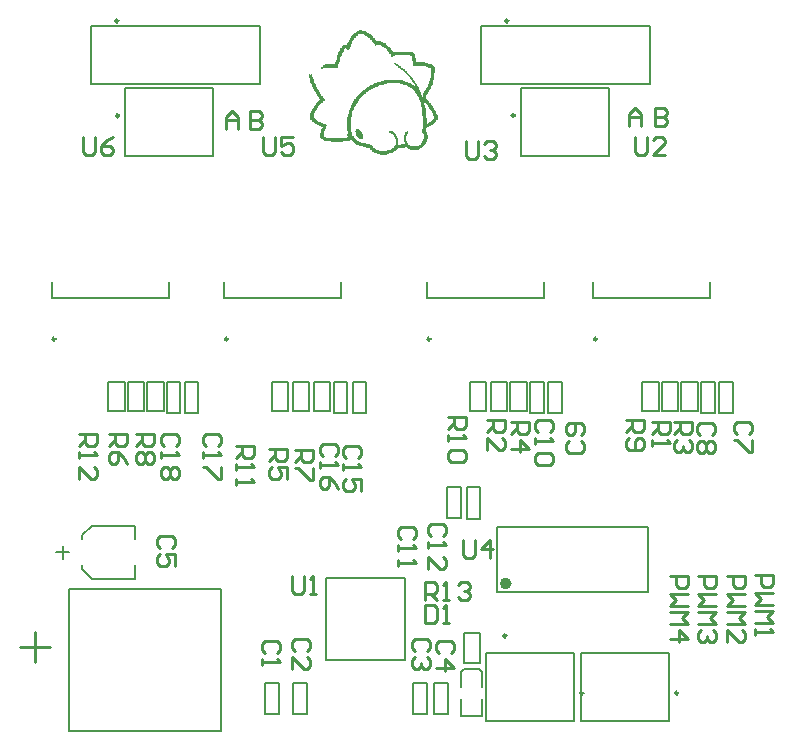
<source format=gto>
G04*
G04 #@! TF.GenerationSoftware,Altium Limited,Altium Designer,22.9.1 (49)*
G04*
G04 Layer_Color=65535*
%FSTAX24Y24*%
%MOIN*%
G70*
G04*
G04 #@! TF.SameCoordinates,2FAE9610-6970-4823-A7E0-823FAA2A8A52*
G04*
G04*
G04 #@! TF.FilePolarity,Positive*
G04*
G01*
G75*
%ADD10C,0.0098*%
%ADD11C,0.0197*%
%ADD12C,0.0050*%
%ADD13C,0.0060*%
%ADD14C,0.0079*%
%ADD15C,0.0100*%
G36*
X010721Y02246D02*
X010657D01*
Y022481D01*
X010721D01*
Y02246D01*
D02*
G37*
G36*
X012036Y023732D02*
X012099D01*
Y023711D01*
X012163D01*
Y02369D01*
X012205D01*
Y023668D01*
X012248D01*
Y023647D01*
X012269D01*
Y023626D01*
X01229D01*
Y023605D01*
X012333D01*
Y023583D01*
X012354D01*
Y023562D01*
X012375D01*
Y023541D01*
X012396D01*
Y02352D01*
X012417D01*
Y023499D01*
X012439D01*
Y023477D01*
X01246D01*
Y023435D01*
X012481D01*
Y023414D01*
X012502D01*
Y023393D01*
X012523D01*
Y023371D01*
X012672D01*
Y02335D01*
X012735D01*
Y023329D01*
X012778D01*
Y023308D01*
X01282D01*
Y023287D01*
X012842D01*
Y023265D01*
X012863D01*
Y023244D01*
X012884D01*
Y023223D01*
X012905D01*
Y023202D01*
X012948D01*
Y023181D01*
X012969D01*
Y023138D01*
X01299D01*
Y023117D01*
X013011D01*
Y023096D01*
X013032D01*
Y023053D01*
X013054D01*
Y023032D01*
X013075D01*
Y023011D01*
X01316D01*
Y023032D01*
X013605D01*
Y023011D01*
X013732D01*
Y02299D01*
X013775D01*
Y022947D01*
X013796D01*
Y022905D01*
X013817D01*
Y02282D01*
X013838D01*
Y022672D01*
X014135D01*
Y02265D01*
X014241D01*
Y022629D01*
X014305D01*
Y022608D01*
X014368D01*
Y022587D01*
X014411D01*
Y022566D01*
X014453D01*
Y022523D01*
X014474D01*
Y022311D01*
X014453D01*
Y022163D01*
X014432D01*
Y022078D01*
X014411D01*
Y021993D01*
X01439D01*
Y021929D01*
X014368D01*
Y021887D01*
X014347D01*
Y021845D01*
X014326D01*
Y021802D01*
X014305D01*
Y02176D01*
X014283D01*
Y021717D01*
X014262D01*
Y021696D01*
X014241D01*
Y021654D01*
X01422D01*
Y021633D01*
X014199D01*
Y02159D01*
X014177D01*
Y021442D01*
X014199D01*
Y021421D01*
X01422D01*
Y021399D01*
X014241D01*
Y021378D01*
X014262D01*
Y021357D01*
X014283D01*
Y021336D01*
X014305D01*
Y021315D01*
X014326D01*
Y021272D01*
X014347D01*
Y021251D01*
X014368D01*
Y02123D01*
X01439D01*
Y021187D01*
X014411D01*
Y021166D01*
X014432D01*
Y021124D01*
X014453D01*
Y021081D01*
X014474D01*
Y02106D01*
X014496D01*
Y020996D01*
X014517D01*
Y020954D01*
X014538D01*
Y020912D01*
X014559D01*
Y020848D01*
X01458D01*
Y020827D01*
X014559D01*
Y020763D01*
X014538D01*
Y020742D01*
X014517D01*
Y0207D01*
X014496D01*
Y020678D01*
X014474D01*
Y020657D01*
X014453D01*
Y020636D01*
X014432D01*
Y020615D01*
X01439D01*
Y020594D01*
X014368D01*
Y020572D01*
X014326D01*
Y020551D01*
X014283D01*
Y02053D01*
X014241D01*
Y020509D01*
X014199D01*
Y020487D01*
X014177D01*
Y020339D01*
X014199D01*
Y020254D01*
X01422D01*
Y020106D01*
X014199D01*
Y020021D01*
X014177D01*
Y019979D01*
X014156D01*
Y019957D01*
X014135D01*
Y019915D01*
X014114D01*
Y019894D01*
X014093D01*
Y019873D01*
X014071D01*
Y019851D01*
X01405D01*
Y01983D01*
X014008D01*
Y019809D01*
X013965D01*
Y019788D01*
X013923D01*
Y019767D01*
X013838D01*
Y019745D01*
X013753D01*
Y019767D01*
X013647D01*
Y019788D01*
X013584D01*
Y019809D01*
X013563D01*
Y01983D01*
X01352D01*
Y019851D01*
X013456D01*
Y01983D01*
X013244D01*
Y019809D01*
X013223D01*
Y019788D01*
X013202D01*
Y019767D01*
X013181D01*
Y019745D01*
X01316D01*
Y019724D01*
X013117D01*
Y019703D01*
X013096D01*
Y019682D01*
X013054D01*
Y01966D01*
X013011D01*
Y019639D01*
X012948D01*
Y019618D01*
X012863D01*
Y019597D01*
X012651D01*
Y019618D01*
X012545D01*
Y019639D01*
X012481D01*
Y01966D01*
X012439D01*
Y019682D01*
X012396D01*
Y019703D01*
X012375D01*
Y019724D01*
X012354D01*
Y019745D01*
X012333D01*
Y019767D01*
X01229D01*
Y019809D01*
X012269D01*
Y01983D01*
X012184D01*
Y019851D01*
X012078D01*
Y019873D01*
X011993D01*
Y019894D01*
X01193D01*
Y019915D01*
X011887D01*
Y019936D01*
X011845D01*
Y019957D01*
X011802D01*
Y019979D01*
X011781D01*
Y02D01*
X01176D01*
Y020021D01*
X011739D01*
Y020042D01*
X011718D01*
Y020063D01*
X011696D01*
Y020085D01*
X011633D01*
Y020063D01*
X011548D01*
Y020042D01*
X0114D01*
Y020021D01*
X011018D01*
Y020042D01*
X010869D01*
Y020063D01*
X010785D01*
Y020085D01*
X010721D01*
Y020106D01*
X010679D01*
Y020127D01*
X010657D01*
Y020148D01*
X010636D01*
Y020318D01*
X010657D01*
Y020381D01*
X010679D01*
Y020445D01*
X0107D01*
Y020487D01*
X010721D01*
Y020509D01*
X0107D01*
Y02053D01*
X010657D01*
Y020551D01*
X010615D01*
Y020572D01*
X010573D01*
Y020594D01*
X01053D01*
Y020615D01*
X010488D01*
Y020636D01*
X010467D01*
Y020657D01*
X010424D01*
Y020678D01*
X010403D01*
Y0207D01*
X010382D01*
Y020721D01*
X01036D01*
Y020742D01*
X010339D01*
Y020763D01*
X010318D01*
Y020784D01*
X010297D01*
Y020933D01*
X010318D01*
Y020996D01*
X010339D01*
Y021039D01*
X01036D01*
Y021081D01*
X010382D01*
Y021124D01*
X010403D01*
Y021166D01*
X010424D01*
Y021208D01*
X010445D01*
Y02123D01*
X010467D01*
Y021251D01*
X010488D01*
Y021293D01*
X010509D01*
Y021315D01*
X01053D01*
Y021336D01*
X010551D01*
Y021357D01*
X010573D01*
Y021378D01*
X010594D01*
Y021399D01*
X010615D01*
Y021421D01*
X010636D01*
Y021463D01*
X010615D01*
Y021484D01*
X010594D01*
Y021527D01*
X010573D01*
Y021548D01*
X010551D01*
Y02159D01*
X01053D01*
Y021611D01*
X010509D01*
Y021654D01*
X010488D01*
Y021696D01*
X010467D01*
Y021717D01*
X010445D01*
Y02176D01*
X010424D01*
Y021802D01*
X010403D01*
Y021845D01*
X010382D01*
Y021887D01*
X01036D01*
Y021951D01*
X010339D01*
Y021993D01*
X010318D01*
Y022057D01*
X010297D01*
Y022142D01*
X010276D01*
Y02229D01*
X010297D01*
Y022248D01*
X010318D01*
Y022269D01*
X010339D01*
Y02229D01*
X01036D01*
Y022269D01*
X010382D01*
Y022184D01*
X010403D01*
Y02212D01*
X010424D01*
Y022057D01*
X010445D01*
Y021993D01*
X010467D01*
Y021951D01*
X010488D01*
Y021908D01*
X010509D01*
Y021866D01*
X01053D01*
Y021823D01*
X010551D01*
Y021781D01*
X010573D01*
Y021739D01*
X010594D01*
Y021717D01*
X010615D01*
Y021675D01*
X010636D01*
Y021633D01*
X010657D01*
Y021611D01*
X010679D01*
Y021569D01*
X0107D01*
Y021548D01*
X010721D01*
Y021527D01*
X010742D01*
Y021484D01*
X010763D01*
Y021463D01*
X010785D01*
Y021442D01*
X010806D01*
Y021399D01*
X010785D01*
Y021378D01*
X010742D01*
Y021357D01*
X010721D01*
Y021336D01*
X0107D01*
Y021315D01*
X010679D01*
Y021293D01*
X010657D01*
Y021272D01*
X010636D01*
Y021251D01*
X010615D01*
Y02123D01*
X010594D01*
Y021208D01*
X010573D01*
Y021166D01*
X010551D01*
Y021145D01*
X01053D01*
Y021102D01*
X010509D01*
Y021081D01*
X010488D01*
Y021039D01*
X010467D01*
Y020996D01*
X010445D01*
Y020933D01*
X010424D01*
Y020827D01*
X010445D01*
Y020806D01*
X010467D01*
Y020784D01*
X010488D01*
Y020763D01*
X010509D01*
Y020742D01*
X010551D01*
Y020721D01*
X010573D01*
Y0207D01*
X010615D01*
Y020678D01*
X010679D01*
Y020657D01*
X010721D01*
Y020636D01*
X010763D01*
Y020615D01*
X010827D01*
Y020594D01*
X010869D01*
Y020551D01*
X010848D01*
Y020487D01*
X010827D01*
Y020445D01*
X010806D01*
Y020381D01*
X010785D01*
Y020318D01*
X010763D01*
Y020233D01*
X010742D01*
Y020212D01*
X010785D01*
Y020191D01*
X010848D01*
Y020169D01*
X010954D01*
Y020148D01*
X011463D01*
Y020169D01*
X011548D01*
Y020191D01*
X011569D01*
Y020212D01*
X011548D01*
Y020297D01*
X011569D01*
Y020381D01*
X011548D01*
Y020869D01*
X011569D01*
Y020954D01*
X01159D01*
Y021039D01*
X011612D01*
Y021102D01*
X011633D01*
Y021166D01*
X011654D01*
Y021208D01*
X011675D01*
Y021251D01*
X011696D01*
Y021293D01*
X011718D01*
Y021336D01*
X011739D01*
Y021378D01*
X01176D01*
Y021399D01*
X011781D01*
Y021442D01*
X011802D01*
Y021463D01*
X011824D01*
Y021484D01*
X011845D01*
Y021527D01*
X011866D01*
Y021548D01*
X011887D01*
Y021569D01*
X011908D01*
Y02159D01*
X01193D01*
Y021611D01*
X011951D01*
Y021633D01*
X011972D01*
Y021654D01*
X011993D01*
Y021675D01*
X012015D01*
Y021696D01*
X012036D01*
Y021717D01*
X012057D01*
Y021739D01*
X012078D01*
Y02176D01*
X012121D01*
Y021781D01*
X012142D01*
Y021802D01*
X012163D01*
Y021823D01*
X012205D01*
Y021845D01*
X012227D01*
Y021866D01*
X012269D01*
Y021887D01*
X012311D01*
Y021908D01*
X012354D01*
Y021929D01*
X012396D01*
Y021951D01*
X012439D01*
Y021972D01*
X012481D01*
Y021993D01*
X012545D01*
Y022014D01*
X012608D01*
Y022035D01*
X012672D01*
Y022057D01*
X012778D01*
Y022078D01*
X012905D01*
Y022099D01*
X013266D01*
Y022078D01*
X013393D01*
Y022057D01*
X013478D01*
Y022035D01*
X013541D01*
Y022014D01*
X013584D01*
Y021993D01*
X013647D01*
Y021972D01*
X013669D01*
Y021951D01*
X013711D01*
Y021929D01*
X013732D01*
Y021908D01*
X013775D01*
Y021887D01*
X013796D01*
Y021866D01*
X013817D01*
Y021845D01*
X013838D01*
Y021866D01*
X013817D01*
Y021908D01*
X013796D01*
Y021951D01*
X013775D01*
Y021972D01*
X013753D01*
Y022014D01*
X013732D01*
Y022035D01*
X013711D01*
Y022078D01*
X01369D01*
Y022099D01*
X013669D01*
Y02212D01*
X013647D01*
Y022142D01*
X013626D01*
Y022184D01*
X013605D01*
Y022205D01*
X013584D01*
Y022226D01*
X013563D01*
Y022248D01*
X013541D01*
Y022269D01*
X01352D01*
Y02229D01*
X013499D01*
Y022311D01*
X013478D01*
Y022332D01*
X013456D01*
Y022354D01*
X013435D01*
Y022375D01*
X013414D01*
Y022396D01*
X013393D01*
Y022417D01*
X01335D01*
Y022438D01*
X013329D01*
Y02246D01*
X013308D01*
Y022481D01*
X013266D01*
Y022502D01*
X013244D01*
Y022523D01*
X013223D01*
Y022544D01*
X013181D01*
Y022566D01*
X01316D01*
Y022587D01*
X013138D01*
Y022629D01*
X013117D01*
Y02265D01*
X01316D01*
Y022629D01*
X013202D01*
Y022608D01*
X013223D01*
Y022587D01*
X013266D01*
Y022566D01*
X013287D01*
Y022544D01*
X013329D01*
Y022523D01*
X01335D01*
Y022502D01*
X013372D01*
Y022481D01*
X013393D01*
Y02246D01*
X013435D01*
Y022438D01*
X013456D01*
Y022417D01*
X013478D01*
Y022396D01*
X013499D01*
Y022375D01*
X01352D01*
Y022354D01*
X013541D01*
Y022332D01*
X013563D01*
Y022311D01*
X013584D01*
Y02229D01*
X013605D01*
Y022269D01*
X013626D01*
Y022248D01*
X013647D01*
Y022226D01*
X013669D01*
Y022184D01*
X01369D01*
Y022163D01*
X013711D01*
Y022142D01*
X013732D01*
Y02212D01*
X013753D01*
Y022078D01*
X013775D01*
Y022057D01*
X013796D01*
Y022014D01*
X013817D01*
Y021993D01*
X013838D01*
Y021951D01*
X013859D01*
Y021908D01*
X013881D01*
Y021887D01*
X013902D01*
Y021845D01*
X013923D01*
Y021802D01*
X013944D01*
Y021739D01*
X013965D01*
Y021696D01*
X013987D01*
Y021633D01*
X014008D01*
Y02159D01*
X014029D01*
Y021527D01*
X01405D01*
Y021505D01*
X014071D01*
Y021654D01*
X014093D01*
Y021696D01*
X014114D01*
Y021717D01*
X014135D01*
Y021739D01*
X014156D01*
Y021781D01*
X014177D01*
Y021823D01*
X014199D01*
Y021845D01*
X01422D01*
Y021908D01*
X014241D01*
Y021951D01*
X014262D01*
Y021993D01*
X014283D01*
Y022057D01*
X014305D01*
Y022142D01*
X014326D01*
Y022248D01*
X014347D01*
Y022481D01*
X014305D01*
Y022502D01*
X014241D01*
Y022523D01*
X014177D01*
Y022544D01*
X013753D01*
Y022523D01*
X013732D01*
Y022735D01*
X013711D01*
Y022841D01*
X01369D01*
Y022884D01*
X013647D01*
Y022905D01*
X013478D01*
Y022926D01*
X013223D01*
Y022905D01*
X013138D01*
Y022884D01*
X013075D01*
Y022863D01*
X013011D01*
Y022905D01*
X01299D01*
Y022947D01*
X012969D01*
Y022969D01*
X012948D01*
Y023011D01*
X012926D01*
Y023032D01*
X012905D01*
Y023053D01*
X012884D01*
Y023096D01*
X012863D01*
Y023117D01*
X012842D01*
Y023138D01*
X012799D01*
Y023159D01*
X012778D01*
Y023181D01*
X012757D01*
Y023202D01*
X012714D01*
Y023223D01*
X012672D01*
Y023244D01*
X012502D01*
Y023223D01*
X012481D01*
Y023244D01*
X01246D01*
Y023287D01*
X012439D01*
Y023308D01*
X012417D01*
Y023329D01*
X012396D01*
Y02335D01*
X012375D01*
Y023393D01*
X012354D01*
Y023414D01*
X012333D01*
Y023435D01*
X012311D01*
Y023456D01*
X01229D01*
Y023477D01*
X012269D01*
Y023499D01*
X012227D01*
Y02352D01*
X012205D01*
Y023541D01*
X012184D01*
Y023562D01*
X012142D01*
Y023583D01*
X012099D01*
Y023605D01*
X012036D01*
Y023626D01*
X011951D01*
Y023605D01*
X011908D01*
Y023583D01*
X011887D01*
Y023562D01*
X011866D01*
Y023541D01*
X011845D01*
Y02352D01*
X011824D01*
Y023499D01*
X011802D01*
Y023477D01*
X011781D01*
Y023435D01*
X01176D01*
Y023414D01*
X011739D01*
Y023371D01*
X011718D01*
Y023329D01*
X011696D01*
Y023287D01*
X011675D01*
Y023244D01*
X011654D01*
Y023181D01*
X011633D01*
Y023117D01*
X011612D01*
Y023096D01*
X011548D01*
Y023117D01*
X011506D01*
Y023138D01*
X011463D01*
Y023117D01*
X011442D01*
Y023075D01*
X011421D01*
Y023032D01*
X0114D01*
Y02299D01*
X011378D01*
Y022947D01*
X011357D01*
Y022884D01*
X011336D01*
Y022841D01*
X011315D01*
Y022756D01*
X011294D01*
Y022693D01*
X011272D01*
Y022608D01*
X011251D01*
Y022523D01*
X01123D01*
Y022502D01*
X010891D01*
Y022481D01*
X010721D01*
Y022502D01*
X010679D01*
Y022523D01*
X010721D01*
Y022544D01*
X010679D01*
Y022566D01*
X010721D01*
Y022587D01*
X010806D01*
Y022608D01*
X010975D01*
Y022629D01*
X011145D01*
Y02265D01*
Y022672D01*
X011166D01*
Y022756D01*
X011187D01*
Y022841D01*
X011209D01*
Y022905D01*
X01123D01*
Y022947D01*
X011251D01*
Y023011D01*
X011272D01*
Y023053D01*
X011294D01*
Y023096D01*
X011315D01*
Y023138D01*
X011336D01*
Y023159D01*
X011357D01*
Y023202D01*
X011378D01*
Y023223D01*
X0114D01*
Y023244D01*
X011442D01*
Y023265D01*
X011506D01*
Y023244D01*
X011548D01*
Y023308D01*
X011569D01*
Y02335D01*
X01159D01*
Y023393D01*
X011612D01*
Y023435D01*
X011633D01*
Y023477D01*
X011654D01*
Y023499D01*
X011675D01*
Y023541D01*
X011696D01*
Y023562D01*
X011718D01*
Y023583D01*
X011739D01*
Y023605D01*
X01176D01*
Y023626D01*
X011781D01*
Y023647D01*
X011802D01*
Y023668D01*
X011824D01*
Y02369D01*
X011866D01*
Y023711D01*
X011887D01*
Y023732D01*
X011951D01*
Y023753D01*
X012036D01*
Y023732D01*
D02*
G37*
%LPC*%
G36*
X014135Y021336D02*
X014114D01*
Y021251D01*
X014135D01*
Y021166D01*
X014156D01*
Y021081D01*
Y02106D01*
Y021039D01*
X014177D01*
Y020827D01*
X014199D01*
Y020636D01*
X014241D01*
Y020657D01*
X014283D01*
Y020678D01*
X014305D01*
Y0207D01*
X014347D01*
Y020721D01*
X014368D01*
Y020742D01*
X01439D01*
Y020763D01*
X014411D01*
Y020784D01*
X014432D01*
Y020827D01*
X014453D01*
Y020848D01*
X014432D01*
Y02089D01*
X014411D01*
Y020954D01*
X01439D01*
Y020996D01*
X014368D01*
Y021039D01*
X014347D01*
Y02106D01*
X014326D01*
Y021102D01*
X014305D01*
Y021124D01*
X014283D01*
Y021166D01*
X014262D01*
Y021187D01*
X014241D01*
Y021208D01*
X01422D01*
Y021251D01*
X014199D01*
Y021272D01*
X014177D01*
Y021293D01*
X014156D01*
Y021315D01*
X014135D01*
Y021336D01*
D02*
G37*
G36*
X013287Y021972D02*
X012884D01*
Y021951D01*
X012778D01*
Y021929D01*
X012693D01*
Y021908D01*
X012608D01*
Y021887D01*
X012566D01*
Y021866D01*
X012502D01*
Y021845D01*
X01246D01*
Y021823D01*
X012417D01*
Y021802D01*
X012375D01*
Y021781D01*
X012333D01*
Y02176D01*
X012311D01*
Y021739D01*
X012269D01*
Y021717D01*
X012248D01*
Y021696D01*
X012205D01*
Y021675D01*
X012184D01*
Y021654D01*
X012163D01*
Y021633D01*
X012121D01*
Y021611D01*
X012099D01*
Y02159D01*
X012078D01*
Y021569D01*
X012057D01*
Y021548D01*
X012036D01*
Y021527D01*
X012015D01*
Y021505D01*
X011993D01*
Y021484D01*
X011972D01*
Y021442D01*
X011951D01*
Y021421D01*
X01193D01*
Y021399D01*
X011908D01*
Y021357D01*
X011887D01*
Y021336D01*
X011866D01*
Y021293D01*
X011845D01*
Y021272D01*
X011824D01*
Y02123D01*
X011802D01*
Y021187D01*
X011781D01*
Y021145D01*
X01176D01*
Y021081D01*
X011739D01*
Y021039D01*
X011718D01*
Y020954D01*
X011696D01*
Y020869D01*
X011675D01*
Y020678D01*
X011654D01*
Y02053D01*
X011675D01*
Y02036D01*
X011696D01*
Y020297D01*
X011718D01*
Y020233D01*
X011739D01*
Y020212D01*
X01176D01*
Y020169D01*
X011781D01*
Y020148D01*
X011802D01*
Y020127D01*
X011824D01*
Y020106D01*
X011845D01*
Y020085D01*
X011866D01*
Y020063D01*
X011908D01*
Y020042D01*
X011951D01*
Y020021D01*
X011993D01*
Y02D01*
X012057D01*
Y019979D01*
X012163D01*
Y019957D01*
X012311D01*
Y019936D01*
X012333D01*
Y019915D01*
X012354D01*
Y019894D01*
X012375D01*
Y019873D01*
X012396D01*
Y019851D01*
X012417D01*
Y01983D01*
X012439D01*
Y019809D01*
X01246D01*
Y019788D01*
X012502D01*
Y019767D01*
X012545D01*
Y019745D01*
X012608D01*
Y019724D01*
X012884D01*
Y019745D01*
X012948D01*
Y019767D01*
X01299D01*
Y019788D01*
X013032D01*
Y019809D01*
X013075D01*
Y01983D01*
X013096D01*
Y019851D01*
X013117D01*
Y019873D01*
X013138D01*
Y019915D01*
X01316D01*
Y020127D01*
X013138D01*
Y020191D01*
X013117D01*
Y020212D01*
X013096D01*
Y020254D01*
X013075D01*
Y020275D01*
X013054D01*
Y020297D01*
X013011D01*
Y020318D01*
X012948D01*
Y020403D01*
X01299D01*
Y020381D01*
X013054D01*
Y02036D01*
X013075D01*
Y020339D01*
X013117D01*
Y020318D01*
X013138D01*
Y020275D01*
X01316D01*
Y020254D01*
X013181D01*
Y020212D01*
X013202D01*
Y020169D01*
X013223D01*
Y020063D01*
X013244D01*
Y019979D01*
X013223D01*
Y019936D01*
X01335D01*
Y019957D01*
X013478D01*
Y019979D01*
X013456D01*
Y020021D01*
X013435D01*
Y020254D01*
X013456D01*
Y020297D01*
X013478D01*
Y020339D01*
X013499D01*
Y02036D01*
X01352D01*
Y020381D01*
X013563D01*
Y02036D01*
X013584D01*
Y020318D01*
X013563D01*
Y020297D01*
X013541D01*
Y020254D01*
X01352D01*
Y020212D01*
X013499D01*
Y020063D01*
X01352D01*
Y02D01*
X013541D01*
Y019979D01*
X013563D01*
Y019957D01*
X013584D01*
Y019936D01*
X013605D01*
Y019915D01*
X013647D01*
Y019894D01*
X01369D01*
Y019873D01*
X013859D01*
Y019894D01*
X013923D01*
Y019915D01*
X013965D01*
Y019936D01*
X013987D01*
Y019957D01*
X014008D01*
Y019979D01*
X014029D01*
Y02D01*
X01405D01*
Y020042D01*
X014071D01*
Y020106D01*
X014093D01*
Y020275D01*
X014071D01*
Y020318D01*
X01405D01*
Y020445D01*
X014071D01*
Y02089D01*
X01405D01*
Y02106D01*
X014029D01*
Y021187D01*
X014008D01*
Y021272D01*
X013987D01*
Y021357D01*
X013965D01*
Y021421D01*
X013944D01*
Y021463D01*
X013923D01*
Y021527D01*
X013902D01*
Y021569D01*
X013881D01*
Y02159D01*
X013859D01*
Y021633D01*
X013838D01*
Y021654D01*
X013817D01*
Y021696D01*
X013796D01*
Y021717D01*
X013775D01*
Y021739D01*
X013753D01*
Y02176D01*
X013732D01*
Y021781D01*
X013711D01*
Y021802D01*
X01369D01*
Y021823D01*
X013647D01*
Y021845D01*
X013626D01*
Y021866D01*
X013584D01*
Y021887D01*
X013541D01*
Y021908D01*
X013478D01*
Y021929D01*
X013393D01*
Y021951D01*
X013287D01*
Y021972D01*
D02*
G37*
%LPD*%
G36*
X011908Y020445D02*
X011951D01*
Y020424D01*
X011972D01*
Y020403D01*
X011993D01*
Y020381D01*
X012015D01*
Y020339D01*
X012036D01*
Y020297D01*
X012057D01*
Y020233D01*
X012078D01*
Y020148D01*
X012057D01*
Y020106D01*
X011951D01*
Y020127D01*
X01193D01*
Y020148D01*
X011908D01*
Y020169D01*
X011887D01*
Y020191D01*
X011866D01*
Y020212D01*
X011845D01*
Y020254D01*
X011824D01*
Y020339D01*
X011802D01*
Y020403D01*
X011824D01*
Y020445D01*
X011845D01*
Y020466D01*
X011908D01*
Y020445D01*
D02*
G37*
D10*
X003912Y024056D02*
G03*
X003912Y024056I-000049J0D01*
G01*
X019414Y00165D02*
G03*
X019414Y00165I-000049J0D01*
G01*
X017127Y0209D02*
G03*
X017127Y0209I-000049J0D01*
G01*
X003935D02*
G03*
X003935Y0209I-000049J0D01*
G01*
X022572Y00165D02*
G03*
X022572Y00165I-000049J0D01*
G01*
X016912Y024056D02*
G03*
X016912Y024056I-000049J0D01*
G01*
X019865Y01345D02*
G03*
X019865Y01345I-000049J0D01*
G01*
X014315D02*
G03*
X014315Y01345I-000049J0D01*
G01*
X016849Y003561D02*
G03*
X016849Y003561I-000049J0D01*
G01*
X007565Y01345D02*
G03*
X007565Y01345I-000049J0D01*
G01*
X001815D02*
G03*
X001815Y01345I-000049J0D01*
G01*
D11*
X016924Y005304D02*
G03*
X016924Y005304I-000098J0D01*
G01*
D12*
X01535Y0009D02*
X01605D01*
X01535Y00235D02*
X01545Y00245D01*
X01595D02*
X01605Y00235D01*
X01545Y00245D02*
X01595D01*
X01535Y0009D02*
Y00145D01*
Y00185D02*
Y00235D01*
X01605Y0009D02*
Y00145D01*
Y00185D02*
Y00235D01*
D13*
X01543Y003642D02*
X015976D01*
X01543Y00266D02*
Y003642D01*
Y00266D02*
X015976D01*
Y003642D01*
X01491Y00193D02*
Y001999D01*
X01445D02*
X01491D01*
X01445Y00094D02*
Y001999D01*
Y00094D02*
X01491D01*
Y00193D01*
X01043Y012031D02*
X010976D01*
X01043Y011049D02*
Y012031D01*
Y011049D02*
X010976D01*
Y012031D01*
X01764Y010972D02*
Y011041D01*
Y010972D02*
X0181D01*
Y012031D01*
X01764D02*
X0181D01*
X01764Y011041D02*
Y012031D01*
X00926Y00193D02*
Y001999D01*
X0088D02*
X00926D01*
X0088Y00094D02*
Y001999D01*
Y00094D02*
X00926D01*
Y00193D01*
X01021D02*
Y001999D01*
X00975D02*
X01021D01*
X00975Y00094D02*
Y001999D01*
Y00094D02*
X01021D01*
Y00193D01*
X01109Y010972D02*
Y011041D01*
Y010972D02*
X01155D01*
Y012031D01*
X01109D02*
X01155D01*
X01109Y011041D02*
Y012031D01*
X00903D02*
X009576D01*
X00903Y011049D02*
Y012031D01*
Y011049D02*
X009576D01*
Y012031D01*
X00973D02*
X010276D01*
X00973Y011049D02*
Y012031D01*
Y011049D02*
X010276D01*
Y012031D01*
X01172Y010972D02*
Y011041D01*
Y010972D02*
X01218D01*
Y012031D01*
X01172D02*
X01218D01*
X01172Y011041D02*
Y012031D01*
X00612Y010972D02*
Y011041D01*
Y010972D02*
X00658D01*
Y012031D01*
X00612D02*
X00658D01*
X00612Y011041D02*
Y012031D01*
X01698D02*
X017526D01*
X01698Y011049D02*
Y012031D01*
Y011049D02*
X017526D01*
Y012031D01*
X01824Y010972D02*
Y011041D01*
Y010972D02*
X0187D01*
Y012031D01*
X01824D02*
X0187D01*
X01824Y011041D02*
Y012031D01*
X01421Y00193D02*
Y001999D01*
X01375D02*
X01421D01*
X01375Y00094D02*
Y001999D01*
Y00094D02*
X01421D01*
Y00193D01*
X02138Y012031D02*
X021926D01*
X02138Y011049D02*
Y012031D01*
Y011049D02*
X021926D01*
Y012031D01*
X01563D02*
X016176D01*
X01563Y011049D02*
Y012031D01*
Y011049D02*
X016176D01*
Y012031D01*
X02203D02*
X022576D01*
X02203Y011049D02*
Y012031D01*
Y011049D02*
X022576D01*
Y012031D01*
X01633D02*
X016876D01*
X01633Y011049D02*
Y012031D01*
Y011049D02*
X016876D01*
Y012031D01*
X02268D02*
X023226D01*
X02268Y011049D02*
Y012031D01*
Y011049D02*
X023226D01*
Y012031D01*
X02334Y010972D02*
Y011041D01*
Y010972D02*
X0238D01*
Y012031D01*
X02334D02*
X0238D01*
X02334Y011041D02*
Y012031D01*
X02394Y010972D02*
Y011041D01*
Y010972D02*
X0244D01*
Y012031D01*
X02394D02*
X0244D01*
X02394Y011041D02*
Y012031D01*
X01598Y008455D02*
Y008525D01*
X01552D02*
X01598D01*
X01552Y007465D02*
Y008525D01*
Y007465D02*
X01598D01*
Y008455D01*
X01533Y008465D02*
Y008534D01*
X01487D02*
X01533D01*
X01487Y007475D02*
Y008534D01*
Y007475D02*
X01533D01*
Y008465D01*
X00358Y012031D02*
X004126D01*
X00358Y011049D02*
Y012031D01*
Y011049D02*
X004126D01*
Y012031D01*
X00423D02*
X004776D01*
X00423Y011049D02*
Y012031D01*
Y011049D02*
X004776D01*
Y012031D01*
X00488D02*
X005426D01*
X00488Y011049D02*
Y012031D01*
Y011049D02*
X005426D01*
Y012031D01*
X00552Y010972D02*
Y011041D01*
Y010972D02*
X00598D01*
Y012031D01*
X00552D02*
X00598D01*
X00552Y011041D02*
Y012031D01*
X002056Y006136D02*
Y006547D01*
X002261Y006341D02*
X00185D01*
D14*
X01082Y00275D02*
X01348D01*
X01082D02*
Y0055D01*
X01348D01*
Y00275D02*
Y0055D01*
X003017Y023878D02*
X008646D01*
X003017Y021949D02*
Y023878D01*
Y021949D02*
X008646D01*
Y023878D01*
X019099Y000725D02*
Y002989D01*
X016185D02*
X019099D01*
X016185Y000725D02*
Y002989D01*
Y000725D02*
X019099D01*
X003029Y005464D02*
X004486D01*
X002714Y005779D02*
X003029Y005464D01*
X002714Y006921D02*
X003029Y007236D01*
X004486D01*
Y005464D02*
Y005917D01*
Y006783D02*
Y007236D01*
X002714Y005779D02*
Y005917D01*
Y006783D02*
Y006921D01*
X017343Y019561D02*
Y021825D01*
Y019561D02*
X020257D01*
Y021825D01*
X017343D02*
X020257D01*
X004151Y019561D02*
Y021825D01*
Y019561D02*
X007065D01*
Y021825D01*
X004151D02*
X007065D01*
X022257Y000725D02*
Y002989D01*
X019343D02*
X022257D01*
X019343Y000725D02*
Y002989D01*
Y000725D02*
X022257D01*
X016017Y023878D02*
X021646D01*
X016017Y021949D02*
Y023878D01*
Y021949D02*
X021646D01*
Y023878D01*
X023649Y014828D02*
Y015359D01*
X019751Y014828D02*
X023649D01*
X019751D02*
Y015359D01*
X018099Y014828D02*
Y015359D01*
X014201Y014828D02*
X018099D01*
X014201D02*
Y015359D01*
X007345Y000388D02*
Y005112D01*
X002255Y000388D02*
Y005112D01*
Y000388D02*
X007345D01*
X002255Y005112D02*
X007345D01*
X01653Y005009D02*
X02157D01*
Y007186D01*
X01653D02*
X02157D01*
X01653Y005009D02*
Y007186D01*
X011349Y014828D02*
Y015359D01*
X007451Y014828D02*
X011349D01*
X007451D02*
Y015359D01*
X005599Y014828D02*
Y015359D01*
X001701Y014828D02*
X005599D01*
X001701D02*
Y015359D01*
D15*
X02095Y02055D02*
Y02095D01*
X02115Y02115D01*
X02135Y02095D01*
Y02055D01*
Y02085D01*
X02095D01*
X0218Y02115D02*
Y02055D01*
X0221D01*
X0222Y02065D01*
Y02075D01*
X0221Y02085D01*
X0218D01*
X0221D01*
X0222Y02095D01*
Y02105D01*
X0221Y02115D01*
X0218D01*
X0083Y02105D02*
Y02045D01*
X0086D01*
X0087Y02055D01*
Y02065D01*
X0086Y02075D01*
X0083D01*
X0086D01*
X0087Y02085D01*
Y02095D01*
X0086Y02105D01*
X0083D01*
X0075Y02045D02*
Y02085D01*
X0077Y02105D01*
X0079Y02085D01*
Y02045D01*
Y02075D01*
X0075D01*
X0223Y00555D02*
X0229D01*
Y00525D01*
X0228Y00515D01*
X0226D01*
X0225Y00525D01*
Y00555D01*
X0229Y00495D02*
X0223D01*
X0225Y00475D01*
X0223Y00455D01*
X0229D01*
X0223Y00435D02*
X0229D01*
X0227Y00415D01*
X0229Y003951D01*
X0223D01*
Y003451D02*
X0229D01*
X0226Y003751D01*
Y003351D01*
X02325Y00555D02*
X02385D01*
Y00525D01*
X02375Y00515D01*
X02355D01*
X02345Y00525D01*
Y00555D01*
X02385Y00495D02*
X02325D01*
X02345Y00475D01*
X02325Y00455D01*
X02385D01*
X02325Y00435D02*
X02385D01*
X02365Y00415D01*
X02385Y003951D01*
X02325D01*
X02375Y003751D02*
X02385Y003651D01*
Y003451D01*
X02375Y003351D01*
X02365D01*
X02355Y003451D01*
Y003551D01*
Y003451D01*
X02345Y003351D01*
X02335D01*
X02325Y003451D01*
Y003651D01*
X02335Y003751D01*
X0242Y00555D02*
X0248D01*
Y00525D01*
X0247Y00515D01*
X0245D01*
X0244Y00525D01*
Y00555D01*
X0248Y00495D02*
X0242D01*
X0244Y00475D01*
X0242Y00455D01*
X0248D01*
X0242Y00435D02*
X0248D01*
X0246Y00415D01*
X0248Y003951D01*
X0242D01*
Y003351D02*
Y003751D01*
X0246Y003351D01*
X0247D01*
X0248Y003451D01*
Y003651D01*
X0247Y003751D01*
X02515Y0056D02*
X02575D01*
Y0053D01*
X02565Y0052D01*
X02545D01*
X02535Y0053D01*
Y0056D01*
X02575Y005D02*
X02515D01*
X02535Y0048D01*
X02515Y0046D01*
X02575D01*
X02515Y0044D02*
X02575D01*
X02555Y0042D01*
X02575Y004001D01*
X02515D01*
Y003801D02*
Y003601D01*
Y003701D01*
X02575D01*
X02565Y003801D01*
X00065Y0032D02*
X00165D01*
X00115Y0037D02*
Y0027D01*
X01415Y00475D02*
Y00535D01*
X01445D01*
X01455Y00525D01*
Y00505D01*
X01445Y00495D01*
X01415D01*
X01435D02*
X01455Y00475D01*
X01475D02*
X01495D01*
X01485D01*
Y00535D01*
X01475Y00525D01*
X01525D02*
X01535Y00535D01*
X01555D01*
X01565Y00525D01*
Y00515D01*
X01555Y00505D01*
X01545D01*
X01555D01*
X01565Y00495D01*
Y00485D01*
X01555Y00475D01*
X01535D01*
X01525Y00485D01*
X01415Y0046D02*
Y004D01*
X01445D01*
X01455Y0041D01*
Y0045D01*
X01445Y0046D01*
X01415D01*
X01475Y004D02*
X01495D01*
X01485D01*
Y0046D01*
X01475Y0045D01*
X00275Y0202D02*
Y0197D01*
X00285Y0196D01*
X00305D01*
X00315Y0197D01*
Y0202D01*
X00375D02*
X00355Y0201D01*
X00335Y0199D01*
Y0197D01*
X00345Y0196D01*
X00365D01*
X00375Y0197D01*
Y0198D01*
X00365Y0199D01*
X00335D01*
X00875Y0202D02*
Y0197D01*
X00885Y0196D01*
X00905D01*
X00915Y0197D01*
Y0202D01*
X00975D02*
X00935D01*
Y0199D01*
X00955Y02D01*
X00965D01*
X00975Y0199D01*
Y0197D01*
X00965Y0196D01*
X00945D01*
X00935Y0197D01*
X0154Y00675D02*
Y00625D01*
X0155Y00615D01*
X0157D01*
X0158Y00625D01*
Y00675D01*
X0163Y00615D02*
Y00675D01*
X016Y00645D01*
X0164D01*
X0155Y02005D02*
Y01955D01*
X0156Y01945D01*
X0158D01*
X0159Y01955D01*
Y02005D01*
X0161Y01995D02*
X0162Y02005D01*
X0164D01*
X0165Y01995D01*
Y01985D01*
X0164Y01975D01*
X0163D01*
X0164D01*
X0165Y01965D01*
Y01955D01*
X0164Y01945D01*
X0162D01*
X0161Y01955D01*
X02115Y0202D02*
Y0197D01*
X02125Y0196D01*
X02145D01*
X02155Y0197D01*
Y0202D01*
X02215Y0196D02*
X02175D01*
X02215Y02D01*
Y0201D01*
X02205Y0202D01*
X02185D01*
X02175Y0201D01*
X0097Y00555D02*
Y00505D01*
X0098Y00495D01*
X01D01*
X0101Y00505D01*
Y00555D01*
X0103Y00495D02*
X0105D01*
X0104D01*
Y00555D01*
X0103Y00545D01*
X0026Y0103D02*
X0032D01*
Y01D01*
X0031Y0099D01*
X0029D01*
X0028Y01D01*
Y0103D01*
Y0101D02*
X0026Y0099D01*
Y0097D02*
Y0095D01*
Y0096D01*
X0032D01*
X0031Y0097D01*
X0026Y0088D02*
Y0092D01*
X003Y0088D01*
X0031D01*
X0032Y0089D01*
Y0091D01*
X0031Y0092D01*
X00785Y0099D02*
X00845D01*
Y0096D01*
X00835Y0095D01*
X00815D01*
X00805Y0096D01*
Y0099D01*
Y0097D02*
X00785Y0095D01*
Y0093D02*
Y0091D01*
Y0092D01*
X00845D01*
X00835Y0093D01*
X00785Y0088D02*
Y0086D01*
Y0087D01*
X00845D01*
X00835Y0088D01*
X0149Y01085D02*
X0155D01*
Y01055D01*
X0154Y01045D01*
X0152D01*
X0151Y01055D01*
Y01085D01*
Y01065D02*
X0149Y01045D01*
Y01025D02*
Y01005D01*
Y01015D01*
X0155D01*
X0154Y01025D01*
Y00975D02*
X0155Y00965D01*
Y00945D01*
X0154Y00935D01*
X015D01*
X0149Y00945D01*
Y00965D01*
X015Y00975D01*
X0154D01*
X02085Y01075D02*
X02145D01*
Y01045D01*
X02135Y01035D01*
X02115D01*
X02105Y01045D01*
Y01075D01*
Y01055D02*
X02085Y01035D01*
X02095Y01015D02*
X02085Y01005D01*
Y00985D01*
X02095Y00975D01*
X02135D01*
X02145Y00985D01*
Y01005D01*
X02135Y01015D01*
X02125D01*
X02115Y01005D01*
Y00975D01*
X0045Y0103D02*
X0051D01*
Y01D01*
X005Y0099D01*
X0048D01*
X0047Y01D01*
Y0103D01*
Y0101D02*
X0045Y0099D01*
X005Y0097D02*
X0051Y0096D01*
Y0094D01*
X005Y0093D01*
X0049D01*
X0048Y0094D01*
X0047Y0093D01*
X0046D01*
X0045Y0094D01*
Y0096D01*
X0046Y0097D01*
X0047D01*
X0048Y0096D01*
X0049Y0097D01*
X005D01*
X0048Y0096D02*
Y0094D01*
X0098Y00975D02*
X0104D01*
Y00945D01*
X0103Y00935D01*
X0101D01*
X01Y00945D01*
Y00975D01*
Y00955D02*
X0098Y00935D01*
X0104Y00915D02*
Y00875D01*
X0103D01*
X0099Y00915D01*
X0098D01*
X0036Y0103D02*
X0042D01*
Y01D01*
X0041Y0099D01*
X0039D01*
X0038Y01D01*
Y0103D01*
Y0101D02*
X0036Y0099D01*
X0042Y0093D02*
X0041Y0095D01*
X0039Y0097D01*
X0037D01*
X0036Y0096D01*
Y0094D01*
X0037Y0093D01*
X0038D01*
X0039Y0094D01*
Y0097D01*
X00895Y0098D02*
X00955D01*
Y0095D01*
X00945Y0094D01*
X00925D01*
X00915Y0095D01*
Y0098D01*
Y0096D02*
X00895Y0094D01*
X00955Y0088D02*
Y0092D01*
X00925D01*
X00935Y009D01*
Y0089D01*
X00925Y0088D01*
X00905D01*
X00895Y0089D01*
Y0091D01*
X00905Y0092D01*
X017Y010689D02*
X0176D01*
Y010389D01*
X0175Y010289D01*
X0173D01*
X0172Y010389D01*
Y010689D01*
Y010489D02*
X017Y010289D01*
Y009789D02*
X0176D01*
X0173Y010089D01*
Y009689D01*
X02245Y0107D02*
X02305D01*
Y0104D01*
X02295Y0103D01*
X02275D01*
X02265Y0104D01*
Y0107D01*
Y0105D02*
X02245Y0103D01*
X02295Y0101D02*
X02305Y01D01*
Y0098D01*
X02295Y0097D01*
X02285D01*
X02275Y0098D01*
Y0099D01*
Y0098D01*
X02265Y0097D01*
X02255D01*
X02245Y0098D01*
Y01D01*
X02255Y0101D01*
X0162Y01075D02*
X0168D01*
Y01045D01*
X0167Y01035D01*
X0165D01*
X0164Y01045D01*
Y01075D01*
Y01055D02*
X0162Y01035D01*
Y00975D02*
Y01015D01*
X0166Y00975D01*
X0167D01*
X0168Y00985D01*
Y01005D01*
X0167Y01015D01*
X0217Y0107D02*
X0223D01*
Y0104D01*
X0222Y0103D01*
X022D01*
X0219Y0104D01*
Y0107D01*
Y0105D02*
X0217Y0103D01*
Y0101D02*
Y0099D01*
Y01D01*
X0223D01*
X0222Y0101D01*
X00585Y0099D02*
X00595Y01D01*
Y0102D01*
X00585Y0103D01*
X00545D01*
X00535Y0102D01*
Y01D01*
X00545Y0099D01*
X00535Y0097D02*
Y0095D01*
Y0096D01*
X00595D01*
X00585Y0097D01*
Y0092D02*
X00595Y0091D01*
Y0089D01*
X00585Y0088D01*
X00575D01*
X00565Y0089D01*
X00555Y0088D01*
X00545D01*
X00535Y0089D01*
Y0091D01*
X00545Y0092D01*
X00555D01*
X00565Y0091D01*
X00575Y0092D01*
X00585D01*
X00565Y0091D02*
Y0089D01*
X00725Y0099D02*
X00735Y01D01*
Y0102D01*
X00725Y0103D01*
X00685D01*
X00675Y0102D01*
Y01D01*
X00685Y0099D01*
X00675Y0097D02*
Y0095D01*
Y0096D01*
X00735D01*
X00725Y0097D01*
X00735Y0092D02*
Y0088D01*
X00725D01*
X00685Y0092D01*
X00675D01*
X01115Y00955D02*
X01125Y00965D01*
Y00985D01*
X01115Y00995D01*
X01075D01*
X01065Y00985D01*
Y00965D01*
X01075Y00955D01*
X01065Y00935D02*
Y00915D01*
Y00925D01*
X01125D01*
X01115Y00935D01*
X01125Y00845D02*
X01115Y00865D01*
X01095Y00885D01*
X01075D01*
X01065Y00875D01*
Y00855D01*
X01075Y00845D01*
X01085D01*
X01095Y00855D01*
Y00885D01*
X0119Y0095D02*
X012Y0096D01*
Y0098D01*
X0119Y0099D01*
X0115D01*
X0114Y0098D01*
Y0096D01*
X0115Y0095D01*
X0114Y0093D02*
Y0091D01*
Y0092D01*
X012D01*
X0119Y0093D01*
X012Y0084D02*
Y0088D01*
X0117D01*
X0118Y0086D01*
Y0085D01*
X0117Y0084D01*
X0115D01*
X0114Y0085D01*
Y0087D01*
X0115Y0088D01*
X01475Y0069D02*
X01485Y007D01*
Y0072D01*
X01475Y0073D01*
X01435D01*
X01425Y0072D01*
Y007D01*
X01435Y0069D01*
X01425Y0067D02*
Y0065D01*
Y0066D01*
X01485D01*
X01475Y0067D01*
X01425Y0058D02*
Y0062D01*
X01465Y0058D01*
X01475D01*
X01485Y0059D01*
Y0061D01*
X01475Y0062D01*
X01375Y0068D02*
X01385Y0069D01*
Y0071D01*
X01375Y0072D01*
X01335D01*
X01325Y0071D01*
Y0069D01*
X01335Y0068D01*
X01325Y0066D02*
Y0064D01*
Y0065D01*
X01385D01*
X01375Y0066D01*
X01325Y0061D02*
Y0059D01*
Y006D01*
X01385D01*
X01375Y0061D01*
X0183Y01035D02*
X0184Y01045D01*
Y01065D01*
X0183Y01075D01*
X0179D01*
X0178Y01065D01*
Y01045D01*
X0179Y01035D01*
X0178Y01015D02*
Y00995D01*
Y01005D01*
X0184D01*
X0183Y01015D01*
Y00965D02*
X0184Y00955D01*
Y00935D01*
X0183Y00925D01*
X0179D01*
X0178Y00935D01*
Y00955D01*
X0179Y00965D01*
X0183D01*
X01895Y01005D02*
X01885Y00995D01*
Y00975D01*
X01895Y00965D01*
X01935D01*
X01945Y00975D01*
Y00995D01*
X01935Y01005D01*
Y01025D02*
X01945Y01035D01*
Y01055D01*
X01935Y01065D01*
X01895D01*
X01885Y01055D01*
Y01035D01*
X01895Y01025D01*
X01905D01*
X01915Y01035D01*
Y01065D01*
X0237Y01025D02*
X0238Y01035D01*
Y01055D01*
X0237Y01065D01*
X0233D01*
X0232Y01055D01*
Y01035D01*
X0233Y01025D01*
X0237Y01005D02*
X0238Y00995D01*
Y00975D01*
X0237Y00965D01*
X0236D01*
X0235Y00975D01*
X0234Y00965D01*
X0233D01*
X0232Y00975D01*
Y00995D01*
X0233Y01005D01*
X0234D01*
X0235Y00995D01*
X0236Y01005D01*
X0237D01*
X0235Y00995D02*
Y00975D01*
X02495Y0103D02*
X02505Y0104D01*
Y0106D01*
X02495Y0107D01*
X02455D01*
X02445Y0106D01*
Y0104D01*
X02455Y0103D01*
X02505Y0101D02*
Y0097D01*
X02495D01*
X02455Y0101D01*
X02445D01*
X0057Y0065D02*
X0058Y0066D01*
Y0068D01*
X0057Y0069D01*
X0053D01*
X0052Y0068D01*
Y0066D01*
X0053Y0065D01*
X0058Y0059D02*
Y0063D01*
X0055D01*
X0056Y0061D01*
Y006D01*
X0055Y0059D01*
X0053D01*
X0052Y006D01*
Y0062D01*
X0053Y0063D01*
X015Y003D02*
X0151Y0031D01*
Y0033D01*
X015Y0034D01*
X0146D01*
X0145Y0033D01*
Y0031D01*
X0146Y003D01*
X0145Y0025D02*
X0151D01*
X0148Y0028D01*
Y0024D01*
X0142Y00305D02*
X0143Y00315D01*
Y00335D01*
X0142Y00345D01*
X0138D01*
X0137Y00335D01*
Y00315D01*
X0138Y00305D01*
X0142Y00285D02*
X0143Y00275D01*
Y00255D01*
X0142Y00245D01*
X0141D01*
X014Y00255D01*
Y00265D01*
Y00255D01*
X0139Y00245D01*
X0138D01*
X0137Y00255D01*
Y00275D01*
X0138Y00285D01*
X0102Y00305D02*
X0103Y00315D01*
Y00335D01*
X0102Y00345D01*
X0098D01*
X0097Y00335D01*
Y00315D01*
X0098Y00305D01*
X0097Y00245D02*
Y00285D01*
X0101Y00245D01*
X0102D01*
X0103Y00255D01*
Y00275D01*
X0102Y00285D01*
X0092Y003D02*
X0093Y0031D01*
Y0033D01*
X0092Y0034D01*
X0088D01*
X0087Y0033D01*
Y0031D01*
X0088Y003D01*
X0087Y0028D02*
Y0026D01*
Y0027D01*
X0093D01*
X0092Y0028D01*
M02*

</source>
